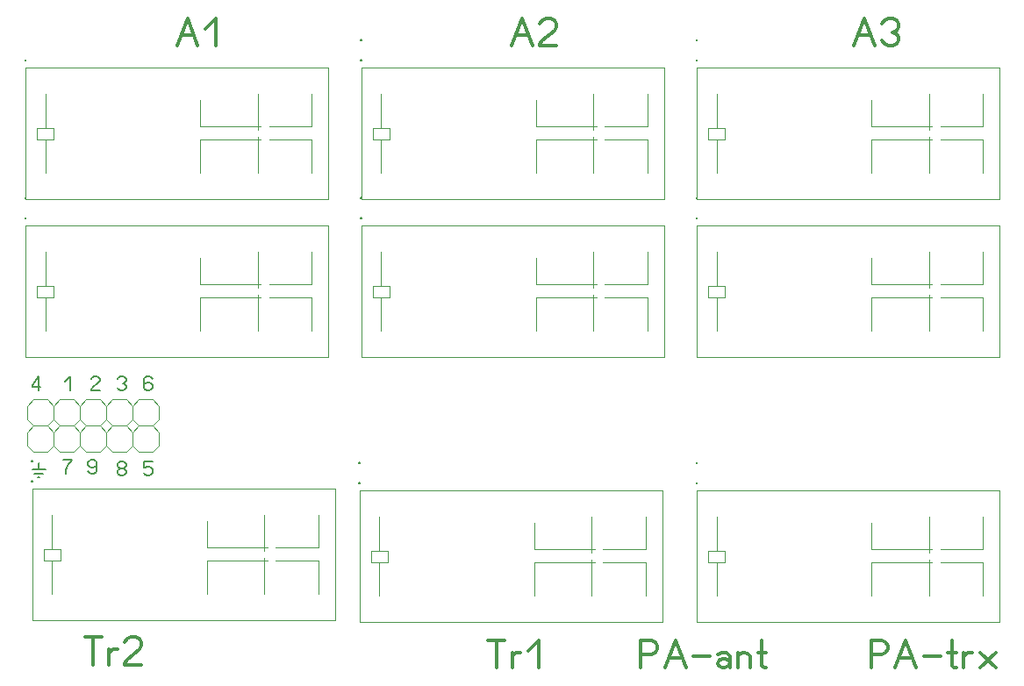
<source format=gbr>
%FSLAX34Y34*%
%MOMM*%
%LNSILK_TOP*%
G71*
G01*
%ADD10C, 0.100*%
%ADD11C, 0.144*%
%ADD12C, 0.333*%
%ADD13C, 0.167*%
%ADD14C, 0.000*%
%ADD15C, 0.200*%
%LPD*%
G54D10*
X679450Y-158751D02*
X679450Y-126951D01*
G54D10*
X679450Y-82451D02*
X679450Y-115851D01*
G54D10*
X671550Y-115751D02*
X687350Y-115751D01*
X687350Y-126751D01*
X671550Y-126751D01*
X671550Y-115751D01*
G54D10*
X936650Y-82351D02*
X936650Y-114151D01*
X895350Y-114051D01*
G54D10*
X936650Y-158551D02*
X936650Y-126751D01*
X895350Y-126851D01*
G54D10*
X887450Y-114051D02*
X828750Y-114051D01*
X828750Y-88651D01*
G54D10*
X887450Y-126851D02*
X828750Y-126851D01*
X828750Y-158551D01*
G54D10*
X660450Y-57151D02*
X952550Y-57151D01*
X952550Y-184151D01*
X660450Y-184151D01*
X660450Y-57151D01*
G54D10*
X884250Y-158751D02*
X884250Y-123851D01*
G54D10*
X884250Y-117551D02*
X884250Y-82551D01*
G54D11*
X660643Y-30650D02*
X659950Y-30650D01*
X659950Y-30072D01*
X660643Y-30072D01*
X660643Y-30650D01*
X659950Y-30650D01*
G54D11*
X660643Y-50150D02*
X659950Y-50150D01*
X659950Y-49572D01*
X660643Y-49572D01*
X660643Y-50150D01*
X659950Y-50150D01*
G54D10*
X31750Y-311151D02*
X31750Y-279351D01*
G54D10*
X31750Y-234851D02*
X31750Y-268251D01*
G54D10*
X23850Y-268151D02*
X39650Y-268151D01*
X39650Y-279151D01*
X23850Y-279151D01*
X23850Y-268151D01*
G54D10*
X288950Y-234751D02*
X288950Y-266551D01*
X247650Y-266451D01*
G54D10*
X288950Y-310951D02*
X288950Y-279151D01*
X247650Y-279251D01*
G54D10*
X239750Y-266451D02*
X181050Y-266451D01*
X181050Y-241051D01*
G54D10*
X239750Y-279251D02*
X181050Y-279251D01*
X181050Y-310951D01*
G54D10*
X12750Y-209551D02*
X304850Y-209551D01*
X304850Y-336551D01*
X12750Y-336551D01*
X12750Y-209551D01*
G54D10*
X236550Y-311151D02*
X236550Y-276251D01*
G54D10*
X236550Y-269951D02*
X236550Y-234951D01*
G54D11*
X12944Y-183051D02*
X12250Y-183051D01*
X12250Y-182474D01*
X12944Y-182474D01*
X12944Y-183051D01*
X12250Y-183051D01*
G54D11*
X12944Y-202551D02*
X12250Y-202551D01*
X12250Y-201973D01*
X12944Y-201973D01*
X12944Y-202551D01*
X12250Y-202551D01*
G54D10*
X31750Y-158751D02*
X31750Y-126951D01*
G54D10*
X31750Y-82451D02*
X31750Y-115851D01*
G54D10*
X23850Y-115751D02*
X39650Y-115751D01*
X39650Y-126751D01*
X23850Y-126751D01*
X23850Y-115751D01*
G54D10*
X288950Y-82351D02*
X288950Y-114151D01*
X247650Y-114051D01*
G54D10*
X288950Y-158551D02*
X288950Y-126751D01*
X247650Y-126851D01*
G54D10*
X239750Y-114051D02*
X181050Y-114051D01*
X181050Y-88651D01*
G54D10*
X239750Y-126851D02*
X181050Y-126851D01*
X181050Y-158551D01*
G54D10*
X12750Y-57151D02*
X304850Y-57151D01*
X304850Y-184151D01*
X12750Y-184151D01*
X12750Y-57151D01*
G54D10*
X236550Y-158751D02*
X236550Y-123851D01*
G54D10*
X236550Y-117551D02*
X236550Y-82551D01*
G54D11*
X12943Y-50151D02*
X12250Y-50151D01*
X12250Y-49573D01*
X12943Y-49573D01*
X12943Y-50151D01*
X12250Y-50151D01*
G54D10*
X355600Y-158751D02*
X355600Y-126951D01*
G54D10*
X355600Y-82451D02*
X355600Y-115851D01*
G54D10*
X347700Y-115751D02*
X363500Y-115751D01*
X363500Y-126751D01*
X347700Y-126751D01*
X347700Y-115751D01*
G54D10*
X612800Y-82351D02*
X612800Y-114151D01*
X571500Y-114051D01*
G54D10*
X612800Y-158551D02*
X612800Y-126751D01*
X571500Y-126851D01*
G54D10*
X563600Y-114051D02*
X504900Y-114051D01*
X504900Y-88651D01*
G54D10*
X563600Y-126851D02*
X504900Y-126851D01*
X504900Y-158551D01*
G54D10*
X336600Y-57151D02*
X628700Y-57151D01*
X628700Y-184151D01*
X336600Y-184151D01*
X336600Y-57151D01*
G54D10*
X560400Y-158751D02*
X560400Y-123851D01*
G54D10*
X560400Y-117551D02*
X560400Y-82551D01*
G54D11*
X336793Y-30650D02*
X336100Y-30650D01*
X336100Y-30072D01*
X336793Y-30072D01*
X336793Y-30650D01*
X336100Y-30650D01*
G54D11*
X336793Y-50150D02*
X336100Y-50150D01*
X336100Y-49572D01*
X336793Y-49572D01*
X336793Y-50150D01*
X336100Y-50150D01*
G54D10*
X355601Y-311152D02*
X355601Y-279352D01*
G54D10*
X355601Y-234852D02*
X355601Y-268252D01*
G54D10*
X347701Y-268152D02*
X363501Y-268152D01*
X363501Y-279152D01*
X347701Y-279152D01*
X347701Y-268152D01*
G54D10*
X612801Y-234752D02*
X612801Y-266552D01*
X571501Y-266452D01*
G54D10*
X612801Y-310952D02*
X612801Y-279152D01*
X571501Y-279252D01*
G54D10*
X563601Y-266452D02*
X504901Y-266452D01*
X504901Y-241052D01*
G54D10*
X563601Y-279252D02*
X504901Y-279252D01*
X504901Y-310952D01*
G54D10*
X336601Y-209552D02*
X628701Y-209552D01*
X628701Y-336552D01*
X336601Y-336551D01*
X336601Y-209552D01*
G54D10*
X560401Y-311152D02*
X560401Y-276251D01*
G54D10*
X560401Y-269952D02*
X560401Y-234952D01*
G54D11*
X336794Y-183052D02*
X336101Y-183052D01*
X336101Y-182474D01*
X336794Y-182474D01*
X336794Y-183052D01*
X336101Y-183052D01*
G54D11*
X336794Y-202551D02*
X336101Y-202551D01*
X336101Y-201973D01*
X336794Y-201973D01*
X336794Y-202551D01*
X336101Y-202551D01*
G54D10*
X679450Y-311151D02*
X679450Y-279351D01*
G54D10*
X679450Y-234851D02*
X679450Y-268251D01*
G54D10*
X671550Y-268151D02*
X687350Y-268151D01*
X687350Y-279151D01*
X671550Y-279151D01*
X671550Y-268151D01*
G54D10*
X936650Y-234751D02*
X936650Y-266551D01*
X895350Y-266451D01*
G54D10*
X936650Y-310951D02*
X936650Y-279151D01*
X895350Y-279251D01*
G54D10*
X887450Y-266451D02*
X828750Y-266451D01*
X828750Y-241051D01*
G54D10*
X887450Y-279251D02*
X828750Y-279251D01*
X828750Y-310951D01*
G54D10*
X660450Y-209551D02*
X952550Y-209551D01*
X952550Y-336551D01*
X660450Y-336551D01*
X660450Y-209551D01*
G54D10*
X884250Y-311151D02*
X884250Y-276251D01*
G54D10*
X884250Y-269951D02*
X884250Y-234951D01*
G54D11*
X660644Y-183051D02*
X659950Y-183051D01*
X659950Y-182474D01*
X660644Y-182474D01*
X660644Y-183051D01*
X659950Y-183051D01*
G54D11*
X660644Y-202551D02*
X659950Y-202551D01*
X659950Y-201973D01*
X660644Y-201973D01*
X660644Y-202551D01*
X659950Y-202551D01*
G54D10*
X354012Y-566739D02*
X354012Y-534939D01*
G54D10*
X354012Y-490439D02*
X354012Y-523839D01*
G54D10*
X346112Y-523739D02*
X361912Y-523739D01*
X361912Y-534739D01*
X346112Y-534739D01*
X346112Y-523739D01*
G54D10*
X611212Y-490339D02*
X611212Y-522139D01*
X569912Y-522039D01*
G54D10*
X611212Y-566539D02*
X611212Y-534739D01*
X569912Y-534839D01*
G54D10*
X562012Y-522039D02*
X503312Y-522039D01*
X503312Y-496639D01*
G54D10*
X562012Y-534839D02*
X503312Y-534839D01*
X503312Y-566539D01*
G54D10*
X335012Y-465139D02*
X627112Y-465139D01*
X627112Y-592139D01*
X335012Y-592139D01*
X335012Y-465139D01*
G54D10*
X558812Y-566739D02*
X558812Y-531839D01*
G54D10*
X558812Y-525539D02*
X558812Y-490539D01*
G54D11*
X335206Y-438639D02*
X334512Y-438639D01*
X334512Y-438062D01*
X335206Y-438062D01*
X335206Y-438639D01*
X334512Y-438639D01*
G54D11*
X335206Y-458139D02*
X334512Y-458139D01*
X334512Y-457562D01*
X335206Y-457562D01*
X335206Y-458139D01*
X334512Y-458139D01*
G54D10*
X38100Y-565151D02*
X38100Y-533351D01*
G54D10*
X38100Y-488851D02*
X38100Y-522251D01*
G54D10*
X30200Y-522151D02*
X46000Y-522151D01*
X46000Y-533151D01*
X30200Y-533151D01*
X30200Y-522151D01*
G54D10*
X295300Y-488751D02*
X295300Y-520551D01*
X254000Y-520451D01*
G54D10*
X295300Y-564951D02*
X295300Y-533151D01*
X254000Y-533251D01*
G54D10*
X246100Y-520451D02*
X187400Y-520451D01*
X187400Y-495051D01*
G54D10*
X246100Y-533251D02*
X187400Y-533251D01*
X187400Y-564951D01*
G54D10*
X19100Y-463551D02*
X311200Y-463551D01*
X311200Y-590551D01*
X19100Y-590551D01*
X19100Y-463551D01*
G54D10*
X242900Y-565151D02*
X242900Y-530251D01*
G54D10*
X242900Y-523951D02*
X242900Y-488951D01*
G54D11*
X19294Y-437051D02*
X18600Y-437051D01*
X18600Y-436474D01*
X19294Y-436474D01*
X19294Y-437051D01*
X18600Y-437051D01*
G54D11*
X19294Y-456551D02*
X18600Y-456551D01*
X18600Y-455973D01*
X19294Y-455973D01*
X19294Y-456551D01*
X18600Y-456551D01*
G54D10*
X141192Y-383698D02*
X134892Y-377398D01*
X122092Y-377398D01*
X115792Y-383698D01*
X115792Y-396498D01*
X122092Y-402798D01*
X134892Y-402798D01*
X141192Y-396498D01*
X141192Y-383698D01*
G54D10*
X141192Y-409098D02*
X134892Y-402798D01*
X122092Y-402798D01*
X115792Y-409098D01*
X115792Y-421898D01*
X122092Y-428198D01*
X134892Y-428198D01*
X141192Y-421898D01*
X141192Y-409098D01*
G54D10*
X115792Y-383698D02*
X109492Y-377398D01*
X96692Y-377398D01*
X90392Y-383698D01*
X90392Y-396498D01*
X96692Y-402798D01*
X109492Y-402798D01*
X115792Y-396498D01*
X115792Y-383698D01*
G54D10*
X115792Y-409098D02*
X109492Y-402798D01*
X96692Y-402798D01*
X90392Y-409098D01*
X90392Y-421898D01*
X96692Y-428198D01*
X109492Y-428198D01*
X115792Y-421898D01*
X115792Y-409098D01*
G54D10*
X90392Y-383698D02*
X84092Y-377398D01*
X71292Y-377398D01*
X64992Y-383698D01*
X64992Y-396498D01*
X71292Y-402798D01*
X84092Y-402798D01*
X90392Y-396498D01*
X90392Y-383698D01*
G54D10*
X90392Y-409098D02*
X84092Y-402798D01*
X71292Y-402798D01*
X64992Y-409098D01*
X64992Y-421898D01*
X71292Y-428198D01*
X84092Y-428198D01*
X90392Y-421898D01*
X90392Y-409098D01*
G54D10*
X64992Y-383698D02*
X58692Y-377398D01*
X45892Y-377398D01*
X39592Y-383698D01*
X39592Y-396498D01*
X45892Y-402798D01*
X58692Y-402798D01*
X64992Y-396498D01*
X64992Y-383698D01*
G54D10*
X64992Y-409098D02*
X58692Y-402798D01*
X45892Y-402798D01*
X39592Y-409098D01*
X39592Y-421898D01*
X45892Y-428198D01*
X58692Y-428198D01*
X64992Y-421898D01*
X64992Y-409098D01*
G54D10*
X39592Y-383698D02*
X33292Y-377398D01*
X20492Y-377398D01*
X14192Y-383698D01*
X14192Y-396498D01*
X20492Y-402798D01*
X33292Y-402798D01*
X39592Y-396498D01*
X39592Y-383698D01*
G54D10*
X39592Y-409098D02*
X33292Y-402798D01*
X20492Y-402798D01*
X14192Y-409098D01*
X14192Y-421898D01*
X20492Y-428198D01*
X33292Y-428198D01*
X39592Y-421898D01*
X39592Y-409098D01*
G54D12*
X481710Y-36194D02*
X491710Y-9528D01*
X501710Y-36194D01*
G54D12*
X485710Y-26194D02*
X497710Y-26194D01*
G54D12*
X525044Y-36194D02*
X509044Y-36194D01*
X509044Y-34528D01*
X511044Y-31194D01*
X523044Y-21194D01*
X525044Y-17861D01*
X525044Y-14528D01*
X523044Y-11194D01*
X519044Y-9528D01*
X515044Y-9528D01*
X511044Y-11194D01*
X509044Y-14528D01*
G54D12*
X158860Y-36194D02*
X168860Y-9528D01*
X178860Y-36194D01*
G54D12*
X162860Y-26194D02*
X174860Y-26194D01*
G54D12*
X186194Y-19528D02*
X196194Y-9528D01*
X196194Y-36194D01*
G54D12*
X811910Y-36194D02*
X821910Y-9528D01*
X831910Y-36194D01*
G54D12*
X815910Y-26194D02*
X827910Y-26194D01*
G54D12*
X839244Y-14528D02*
X841244Y-11194D01*
X845244Y-9528D01*
X849244Y-9528D01*
X853244Y-11194D01*
X855244Y-14528D01*
X855244Y-17861D01*
X853244Y-21194D01*
X849244Y-22861D01*
X853244Y-24528D01*
X855244Y-27861D01*
X855244Y-31194D01*
X853244Y-34528D01*
X849244Y-36194D01*
X845244Y-36194D01*
X841244Y-34528D01*
X839244Y-31194D01*
G54D12*
X466788Y-636588D02*
X466788Y-609921D01*
G54D12*
X458788Y-609921D02*
X474788Y-609921D01*
G54D12*
X482120Y-636588D02*
X482120Y-621588D01*
G54D12*
X482120Y-624921D02*
X486120Y-621588D01*
X490120Y-621588D01*
G54D12*
X497454Y-619921D02*
X507454Y-609921D01*
X507454Y-636588D01*
G54D12*
X77850Y-633412D02*
X77850Y-606746D01*
G54D12*
X69850Y-606746D02*
X85850Y-606746D01*
G54D12*
X93183Y-633412D02*
X93183Y-618412D01*
G54D12*
X93183Y-621746D02*
X97183Y-618412D01*
X101183Y-618412D01*
G54D12*
X124516Y-633412D02*
X108516Y-633412D01*
X108516Y-631746D01*
X110516Y-628412D01*
X122516Y-618412D01*
X124516Y-615079D01*
X124516Y-611746D01*
X122516Y-608412D01*
X118516Y-606746D01*
X114516Y-606746D01*
X110516Y-608412D01*
X108516Y-611746D01*
G54D12*
X828675Y-636588D02*
X828675Y-609921D01*
X838675Y-609921D01*
X842675Y-611588D01*
X844675Y-614921D01*
X844675Y-618254D01*
X842675Y-621588D01*
X838675Y-623254D01*
X828675Y-623254D01*
G54D12*
X852008Y-636588D02*
X862008Y-609921D01*
X872008Y-636588D01*
G54D12*
X856008Y-626588D02*
X868008Y-626588D01*
G54D12*
X879341Y-624921D02*
X895341Y-624921D01*
G54D12*
X906674Y-609921D02*
X906674Y-634921D01*
X908674Y-636588D01*
X910674Y-635921D01*
G54D12*
X902674Y-621588D02*
X910674Y-621588D01*
G54D12*
X918007Y-636588D02*
X918007Y-621588D01*
G54D12*
X918007Y-624921D02*
X922007Y-621588D01*
X926007Y-621588D01*
G54D12*
X933340Y-621588D02*
X949340Y-636588D01*
G54D12*
X933340Y-636588D02*
X949340Y-621588D01*
G54D12*
X606425Y-636588D02*
X606425Y-609921D01*
X616425Y-609921D01*
X620425Y-611588D01*
X622425Y-614921D01*
X622425Y-618254D01*
X620425Y-621588D01*
X616425Y-623254D01*
X606425Y-623254D01*
G54D12*
X629758Y-636588D02*
X639758Y-609921D01*
X649758Y-636588D01*
G54D12*
X633758Y-626588D02*
X645758Y-626588D01*
G54D12*
X657091Y-624921D02*
X673091Y-624921D01*
G54D12*
X680424Y-623254D02*
X684424Y-621588D01*
X689224Y-621588D01*
X692424Y-624921D01*
X692424Y-636588D01*
G54D12*
X692424Y-631588D02*
X690424Y-628254D01*
X686424Y-627588D01*
X682424Y-628254D01*
X680424Y-631588D01*
X681224Y-634921D01*
X684424Y-636588D01*
X686424Y-636588D01*
X687224Y-636588D01*
X690424Y-634921D01*
X692424Y-631588D01*
G54D12*
X699757Y-636588D02*
X699757Y-621588D01*
G54D12*
X699757Y-624921D02*
X701757Y-622588D01*
X705757Y-621588D01*
X709757Y-622588D01*
X711757Y-624921D01*
X711757Y-636588D01*
G54D12*
X723090Y-609921D02*
X723090Y-634921D01*
X725090Y-636588D01*
X727090Y-635921D01*
G54D12*
X719090Y-621588D02*
X727090Y-621588D01*
G54D13*
X50800Y-359967D02*
X55800Y-354967D01*
X55800Y-368300D01*
G54D13*
X84200Y-368300D02*
X76200Y-368300D01*
X76200Y-367467D01*
X77200Y-365800D01*
X83200Y-360800D01*
X84200Y-359133D01*
X84200Y-357467D01*
X83200Y-355800D01*
X81200Y-354967D01*
X79200Y-354967D01*
X77200Y-355800D01*
X76200Y-357467D01*
G54D13*
X101600Y-357467D02*
X102600Y-355800D01*
X104600Y-354967D01*
X106600Y-354967D01*
X108600Y-355800D01*
X109600Y-357467D01*
X109600Y-359133D01*
X108600Y-360800D01*
X106600Y-361633D01*
X108600Y-362467D01*
X109600Y-364133D01*
X109600Y-365800D01*
X108600Y-367467D01*
X106600Y-368300D01*
X104600Y-368300D01*
X102600Y-367467D01*
X101600Y-365800D01*
G54D13*
X25050Y-368300D02*
X25050Y-354967D01*
X19050Y-363300D01*
X19050Y-364967D01*
X27050Y-364967D01*
G54D13*
X135000Y-437517D02*
X127000Y-437517D01*
X127000Y-443350D01*
X128000Y-443350D01*
X130000Y-442517D01*
X132000Y-442517D01*
X134000Y-443350D01*
X135000Y-445017D01*
X135000Y-448350D01*
X134000Y-450017D01*
X132000Y-450850D01*
X130000Y-450850D01*
X128000Y-450017D01*
X127000Y-448350D01*
G54D13*
X135000Y-357467D02*
X134000Y-355800D01*
X132000Y-354967D01*
X130000Y-354967D01*
X128000Y-355800D01*
X127000Y-357467D01*
X127000Y-361633D01*
X127000Y-362467D01*
X130000Y-360800D01*
X132000Y-360800D01*
X134000Y-361633D01*
X135000Y-363300D01*
X135000Y-365800D01*
X134000Y-367467D01*
X132000Y-368300D01*
X130000Y-368300D01*
X128000Y-367467D01*
X127000Y-365800D01*
X127000Y-361633D01*
G54D13*
X49212Y-435929D02*
X57212Y-435929D01*
X56212Y-437596D01*
X54212Y-440096D01*
X52212Y-443429D01*
X51212Y-445929D01*
X51212Y-449262D01*
G54D13*
X106600Y-444183D02*
X104600Y-444183D01*
X102600Y-443350D01*
X101600Y-441683D01*
X101600Y-440017D01*
X102600Y-438350D01*
X104600Y-437517D01*
X106600Y-437517D01*
X108600Y-438350D01*
X109600Y-440017D01*
X109600Y-441683D01*
X108600Y-443350D01*
X106600Y-444183D01*
X108600Y-445017D01*
X109600Y-446683D01*
X109600Y-448350D01*
X108600Y-450017D01*
X106600Y-450850D01*
X104600Y-450850D01*
X102600Y-450017D01*
X101600Y-448350D01*
X101600Y-446683D01*
X102600Y-445017D01*
X104600Y-444183D01*
G54D14*
X25400Y-444500D02*
X25400Y-444500D01*
G54D14*
X25600Y-438200D02*
X25600Y-438200D01*
G54D14*
X25600Y-445200D02*
X25600Y-445200D01*
G54D15*
X19300Y-445200D02*
X25600Y-445200D01*
G54D15*
X25600Y-445200D02*
X31900Y-445200D01*
G54D15*
X25600Y-438900D02*
X25600Y-445200D01*
G54D15*
X21300Y-448900D02*
X29300Y-448900D01*
G54D15*
X24500Y-452400D02*
X26500Y-452400D01*
G54D13*
X73025Y-446762D02*
X74025Y-448429D01*
X76025Y-449262D01*
X78025Y-449262D01*
X80025Y-448429D01*
X81025Y-446762D01*
X81025Y-442596D01*
X81025Y-441762D01*
X78025Y-443429D01*
X76025Y-443429D01*
X74025Y-442596D01*
X73025Y-440929D01*
X73025Y-438429D01*
X74025Y-436762D01*
X76025Y-435929D01*
X78025Y-435929D01*
X80025Y-436762D01*
X81025Y-438429D01*
X81025Y-442596D01*
G54D10*
X679450Y-566739D02*
X679450Y-534939D01*
G54D10*
X679450Y-490439D02*
X679450Y-523839D01*
G54D10*
X671550Y-523739D02*
X687350Y-523739D01*
X687350Y-534739D01*
X671550Y-534739D01*
X671550Y-523739D01*
G54D10*
X936650Y-490339D02*
X936650Y-522139D01*
X895350Y-522039D01*
G54D10*
X936650Y-566539D02*
X936650Y-534739D01*
X895350Y-534839D01*
G54D10*
X887450Y-522039D02*
X828750Y-522039D01*
X828750Y-496639D01*
G54D10*
X887450Y-534839D02*
X828750Y-534839D01*
X828750Y-566539D01*
G54D10*
X660450Y-465139D02*
X952550Y-465139D01*
X952550Y-592139D01*
X660450Y-592139D01*
X660450Y-465139D01*
G54D10*
X884250Y-566739D02*
X884250Y-531839D01*
G54D10*
X884250Y-525539D02*
X884250Y-490539D01*
G54D11*
X660643Y-438639D02*
X659950Y-438639D01*
X659950Y-438062D01*
X660643Y-438062D01*
X660643Y-438639D01*
X659950Y-438639D01*
G54D11*
X660643Y-458139D02*
X659950Y-458139D01*
X659950Y-457562D01*
X660643Y-457562D01*
X660643Y-458139D01*
X659950Y-458139D01*
M02*

</source>
